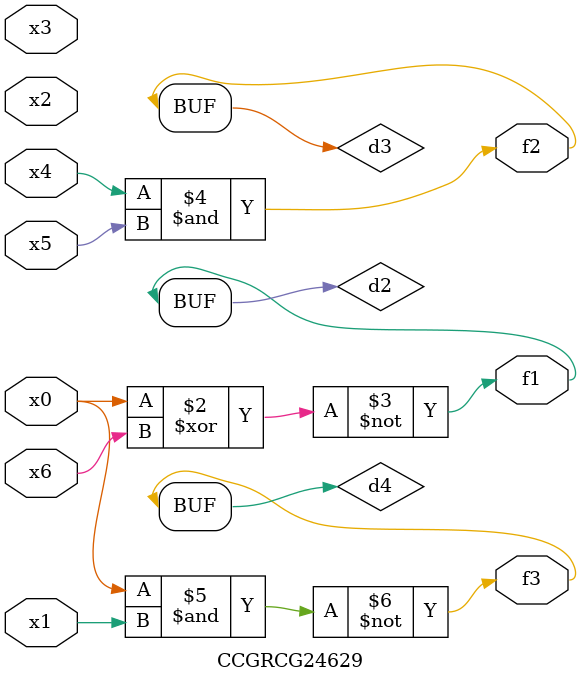
<source format=v>
module CCGRCG24629(
	input x0, x1, x2, x3, x4, x5, x6,
	output f1, f2, f3
);

	wire d1, d2, d3, d4;

	nor (d1, x0);
	xnor (d2, x0, x6);
	and (d3, x4, x5);
	nand (d4, x0, x1);
	assign f1 = d2;
	assign f2 = d3;
	assign f3 = d4;
endmodule

</source>
